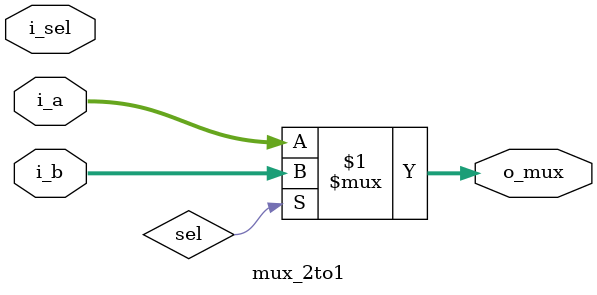
<source format=v>

module mux_2to1
#(
    parameter NB_MUX = 32                //! NB of data
) (
    // Output
    output wire [NB_MUX - 1 : 0] o_mux,  //! Mux output
    
    // Inputs
    input  wire [NB_MUX - 1 : 0] i_a  ,  //! First input
    input  wire [NB_MUX - 1 : 0] i_b  ,  //! Second input
    input  wire                  i_sel   //! Select signal
);

    //! Output Logic
    assign o_mux = sel ? i_b : i_a;
    
endmodule
</source>
